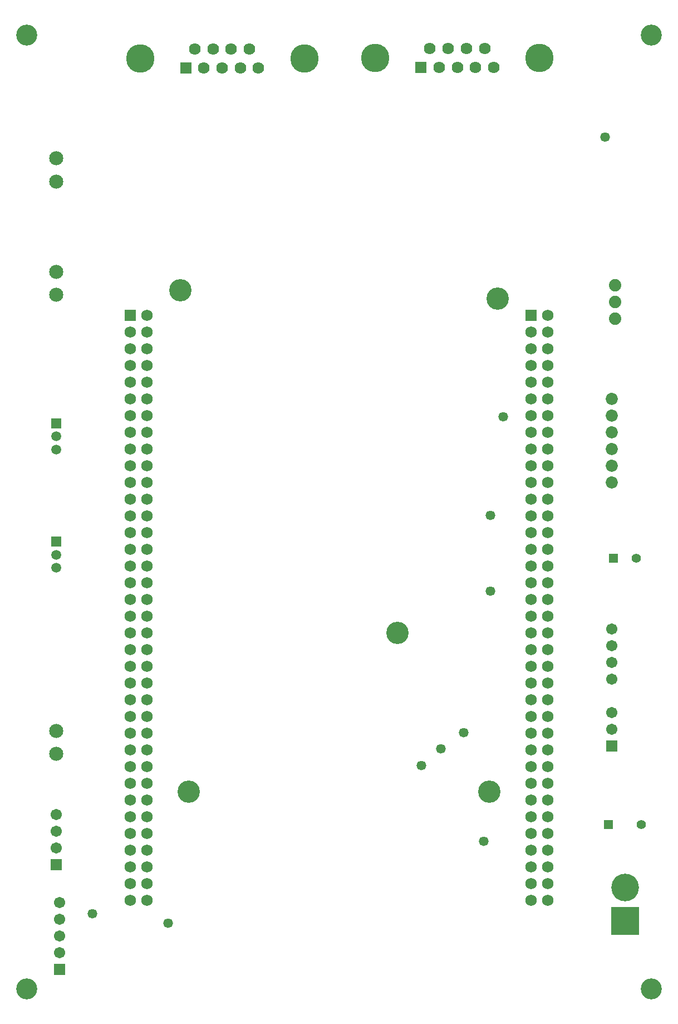
<source format=gbs>
G04*
G04 #@! TF.GenerationSoftware,Altium Limited,Altium Designer,22.8.2 (66)*
G04*
G04 Layer_Color=16711935*
%FSLAX42Y42*%
%MOMM*%
G71*
G04*
G04 #@! TF.SameCoordinates,418904E4-A97B-41F3-844E-409F60187B30*
G04*
G04*
G04 #@! TF.FilePolarity,Negative*
G04*
G01*
G75*
%ADD20R,1.71X1.71*%
%ADD21C,1.71*%
%ADD22C,1.73*%
%ADD23C,3.40*%
%ADD24R,1.73X1.73*%
%ADD25R,1.40X1.40*%
%ADD26C,1.40*%
%ADD27C,2.15*%
%ADD28C,1.85*%
%ADD29C,3.20*%
%ADD30C,1.78*%
%ADD31R,1.78X1.78*%
%ADD32C,4.32*%
%ADD33R,1.52X1.52*%
%ADD34C,1.52*%
%ADD35C,1.88*%
%ADD36C,4.20*%
%ADD37R,4.20X4.20*%
%ADD38C,1.47*%
D20*
X750Y550D02*
D03*
X700Y2142D02*
D03*
X9150Y3942D02*
D03*
D21*
X750Y804D02*
D03*
Y1058D02*
D03*
Y1312D02*
D03*
Y1566D02*
D03*
X700Y2396D02*
D03*
Y2650D02*
D03*
Y2904D02*
D03*
X9150Y5720D02*
D03*
Y5466D02*
D03*
Y5212D02*
D03*
Y4958D02*
D03*
Y4450D02*
D03*
Y4196D02*
D03*
D22*
X8175Y1601D02*
D03*
X7921D02*
D03*
X8175Y1855D02*
D03*
X7921D02*
D03*
X8175Y2109D02*
D03*
X7921D02*
D03*
X8175Y2363D02*
D03*
X7921D02*
D03*
X8175Y2617D02*
D03*
X7921D02*
D03*
X8175Y2871D02*
D03*
X7921D02*
D03*
X8175Y3125D02*
D03*
X7921D02*
D03*
X8175Y3379D02*
D03*
X7921D02*
D03*
X8175Y3633D02*
D03*
X7921D02*
D03*
X8175Y3887D02*
D03*
X7921D02*
D03*
X8175Y4141D02*
D03*
X7921D02*
D03*
X8175Y4395D02*
D03*
X7921D02*
D03*
X8175Y4649D02*
D03*
X7921D02*
D03*
X8175Y4903D02*
D03*
X7921D02*
D03*
X8175Y5157D02*
D03*
X7921D02*
D03*
X8175Y5411D02*
D03*
X7921D02*
D03*
X8175Y5665D02*
D03*
X7921D02*
D03*
X8175Y5919D02*
D03*
X7921D02*
D03*
X8175Y6173D02*
D03*
X7921D02*
D03*
X8175Y6427D02*
D03*
X7921D02*
D03*
X8175Y6681D02*
D03*
X7921D02*
D03*
X8175Y6935D02*
D03*
X7921D02*
D03*
X8175Y7189D02*
D03*
X7921D02*
D03*
X8175Y7443D02*
D03*
X7921D02*
D03*
X8175Y7697D02*
D03*
X7921D02*
D03*
X8175Y7951D02*
D03*
X7921D02*
D03*
X8175Y8205D02*
D03*
X7921D02*
D03*
X8175Y8459D02*
D03*
X7921D02*
D03*
X8175Y8713D02*
D03*
X7921D02*
D03*
X8175Y8967D02*
D03*
X7921D02*
D03*
X8175Y9221D02*
D03*
X7921D02*
D03*
X8175Y9475D02*
D03*
X7921D02*
D03*
X8175Y9729D02*
D03*
X7921D02*
D03*
X8175Y9983D02*
D03*
X7921D02*
D03*
X8175Y10237D02*
D03*
X7921D02*
D03*
X2079Y1603D02*
D03*
X1825D02*
D03*
X8175Y10491D02*
D03*
X2079Y1857D02*
D03*
X1825D02*
D03*
X2079Y2111D02*
D03*
X1825D02*
D03*
X2079Y2365D02*
D03*
X1825D02*
D03*
X2079Y2619D02*
D03*
X1825D02*
D03*
X2079Y2873D02*
D03*
X1825D02*
D03*
X2079Y3127D02*
D03*
X1825D02*
D03*
X2079Y3381D02*
D03*
X1825D02*
D03*
X2079Y3635D02*
D03*
X1825D02*
D03*
X2079Y3889D02*
D03*
X1825D02*
D03*
X2079Y4143D02*
D03*
X1825D02*
D03*
X2079Y4397D02*
D03*
X1825D02*
D03*
X2079Y4651D02*
D03*
X1825D02*
D03*
X2079Y4905D02*
D03*
X1825D02*
D03*
X2079Y5159D02*
D03*
X1825D02*
D03*
X2079Y5413D02*
D03*
X1825D02*
D03*
X2079Y5667D02*
D03*
X1825D02*
D03*
X2079Y5921D02*
D03*
X1825D02*
D03*
X2079Y6175D02*
D03*
X1825D02*
D03*
X2079Y6429D02*
D03*
X1825D02*
D03*
X2079Y6683D02*
D03*
X1825D02*
D03*
X2079Y6937D02*
D03*
X1825D02*
D03*
X2079Y7191D02*
D03*
X1825D02*
D03*
X2079Y7445D02*
D03*
X1825D02*
D03*
X2079Y7699D02*
D03*
X1825D02*
D03*
X2079Y7953D02*
D03*
X1825D02*
D03*
X2079Y8207D02*
D03*
X1825D02*
D03*
X2079Y8461D02*
D03*
X1825D02*
D03*
X2079Y8715D02*
D03*
X1825D02*
D03*
X2079Y8969D02*
D03*
X1825D02*
D03*
X2079Y9223D02*
D03*
X1825D02*
D03*
X2079Y9477D02*
D03*
X1825D02*
D03*
X2079Y9731D02*
D03*
X1825D02*
D03*
X2079Y9985D02*
D03*
X1825D02*
D03*
X2079Y10239D02*
D03*
X1825D02*
D03*
X2079Y10493D02*
D03*
D23*
X2587Y10874D02*
D03*
X5889Y5667D02*
D03*
X7413Y10747D02*
D03*
X7286Y3254D02*
D03*
X2714D02*
D03*
D24*
X7921Y10491D02*
D03*
X1825Y10493D02*
D03*
D25*
X9100Y2750D02*
D03*
X9175Y6800D02*
D03*
D26*
X9600Y2750D02*
D03*
X9525Y6800D02*
D03*
D27*
X700Y3825D02*
D03*
Y4175D02*
D03*
Y12875D02*
D03*
Y12525D02*
D03*
Y10800D02*
D03*
Y11150D02*
D03*
D28*
X9150Y9218D02*
D03*
Y8964D02*
D03*
Y8710D02*
D03*
Y7948D02*
D03*
Y8202D02*
D03*
Y8456D02*
D03*
D29*
X250Y14750D02*
D03*
X9750D02*
D03*
Y250D02*
D03*
X250D02*
D03*
D30*
X3777Y14250D02*
D03*
X3638Y14534D02*
D03*
X3500Y14250D02*
D03*
X3362Y14534D02*
D03*
X3223Y14250D02*
D03*
X3084Y14534D02*
D03*
X2946Y14250D02*
D03*
X2808Y14534D02*
D03*
X6384Y14542D02*
D03*
X6522Y14258D02*
D03*
X6661Y14542D02*
D03*
X6800Y14258D02*
D03*
X6938Y14542D02*
D03*
X7076Y14258D02*
D03*
X7215Y14542D02*
D03*
X7354Y14258D02*
D03*
D31*
X2669Y14250D02*
D03*
X6246Y14258D02*
D03*
D32*
X4472Y14392D02*
D03*
X1974D02*
D03*
X5550Y14400D02*
D03*
X8049D02*
D03*
D33*
X700Y7050D02*
D03*
Y8850D02*
D03*
D34*
Y6850D02*
D03*
Y6650D02*
D03*
Y8650D02*
D03*
Y8450D02*
D03*
D35*
X9200Y10950D02*
D03*
Y10442D02*
D03*
Y10696D02*
D03*
D36*
X9350Y1790D02*
D03*
D37*
Y1290D02*
D03*
D38*
X6250Y3650D02*
D03*
X6550Y3900D02*
D03*
X6900Y4150D02*
D03*
X2400Y1250D02*
D03*
X7200Y2500D02*
D03*
X7300Y6300D02*
D03*
Y7450D02*
D03*
X7500Y8950D02*
D03*
X1250Y1400D02*
D03*
X9050Y13200D02*
D03*
M02*

</source>
